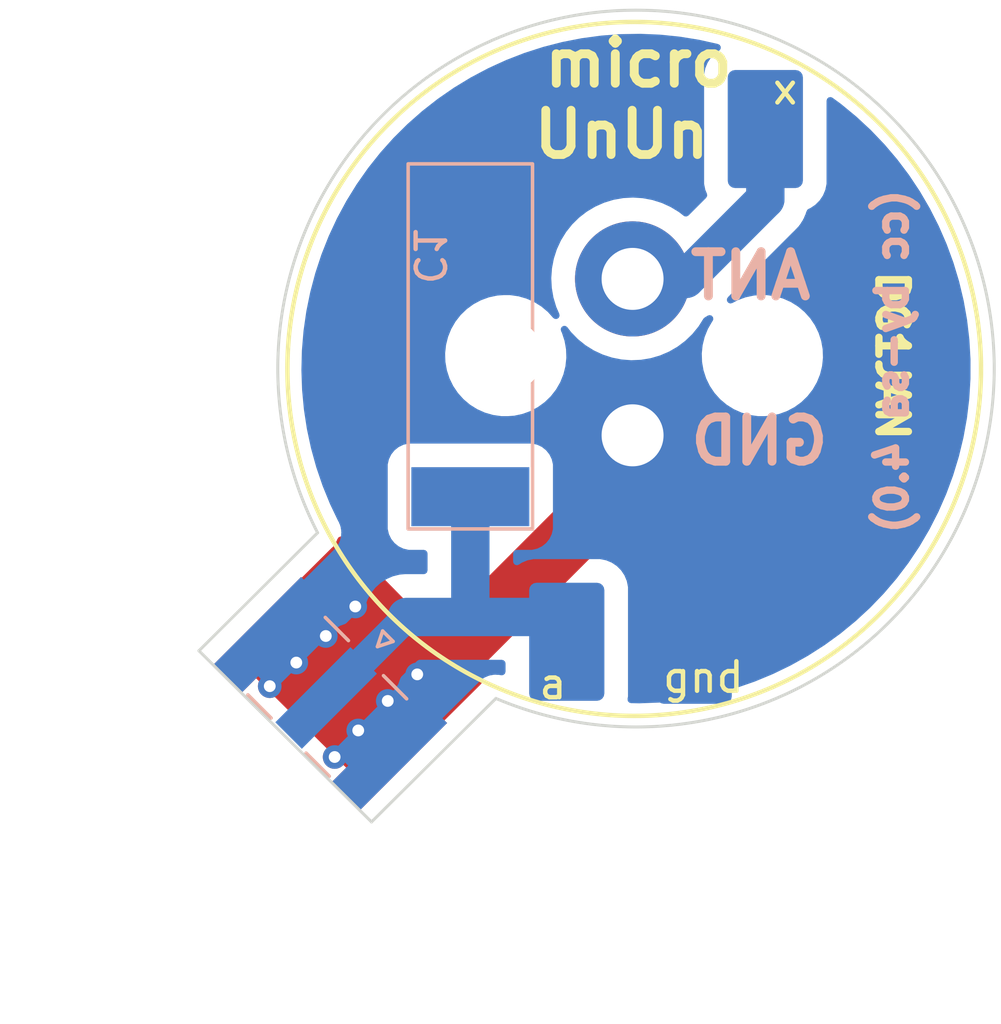
<source format=kicad_pcb>
(kicad_pcb (version 20211014) (generator pcbnew)
  (layers (0 "F.Cu" signal) (31 "B.Cu" signal) (34 "B.Paste" user) (35 "F.Paste" user) (36 "B.SilkS" user "B.Silkscreen") (37 "F.SilkS" user "F.Silkscreen") (38 "B.Mask" user) (39 "F.Mask" user) (44 "Edge.Cuts" user))
  (net 0 "")
  (net 1 "Net-(C1-Pad1)")
  (net 2 "GND")
  (net 3 "Net-(J2-Pad1)")
  (footprint "Connector_Wire:SolderWire-1.5sqmm_1x01_D1.7mm_OD3.9mm" (layer "F.Cu") (at 110.5 73)
    (fp_text reference "J3" hide)
    (fp_text value "B_THT_Pad" hide)
    (pad "1" thru_hole circle (at 0 0) (size 3.9 3.9) (drill 2.1) (layers *.Cu *.Mask) (net 2 "GND"))
  )
  (footprint "MountingHole:MountingHole_2.5mm" (layer "F.Cu") (at 114.9 70.3)
    (fp_text reference "REF**" hide)
    (fp_text value "MountingHole_2.5mm" hide)
    (pad "" np_thru_hole circle (at 0 0) (size 2.5 2.5) (drill 2.5) (layers *.Cu *.Mask))
  )
  (footprint "MountingHole:MountingHole_2.5mm" (layer "F.Cu") (at 106.2 70.3)
    (fp_text reference "REF**" hide)
    (fp_text value "MountingHole_2.5mm" hide)
    (pad "" np_thru_hole circle (at 0 0) (size 2.5 2.5) (drill 2.5) (layers *.Cu *.Mask))
  )
  (footprint "UniBalunLibrary:FT82_Balun" (layer "F.Cu") (at 110.555221 70.7498)
    (fp_text reference "U1" hide)
    (fp_text value "Core" hide)
    (fp_text user "a" (at -2.755221 10.668) (layer "F.SilkS"))
    (fp_text user "x" (at 5.116379 -9.485) (layer "F.SilkS"))
    (fp_text user "gnd" (at 2.344779 10.4502) (layer "F.SilkS"))
    (pad "1" smd roundrect (at 2.032 9.3472) (size 2.55 4) (layers "B.Cu" "B.Paste" "B.Mask") (roundrect_rratio 0.098039) (net 2 "GND"))
    (pad "2" smd roundrect (at -2.286 9.2456) (size 2.55 4) (layers "B.Cu" "B.Paste" "B.Mask") (roundrect_rratio 0.098039) (net 1 "Net-(C1-Pad1)"))
    (pad "3" smd roundrect (at 4.445 -8.128) (size 2.55 4) (layers "B.Cu" "B.Paste" "B.Mask") (roundrect_rratio 0.098039) (net 3 "Net-(J2-Pad1)"))
  )
  (footprint "Connector_Wire:SolderWire-1.5sqmm_1x01_D1.7mm_OD3.9mm" (layer "F.Cu") (at 110.5 67.7)
    (fp_text reference "J2" hide)
    (fp_text value "B_THT_Pad" hide)
    (pad "1" thru_hole circle (at 0 0) (size 3.9 3.9) (drill 2.1) (layers *.Cu *.Mask) (net 3 "Net-(J2-Pad1)"))
  )
  (footprint "Connector_Coaxial:SMA_Samtec_SMA-J-P-X-ST-EM1_EdgeMount" (layer "B.Cu") (at 100.252691 81.758579 135)
    (fp_text reference "J1" hide)
    (fp_text value "BNC")
    (fp_line (start 0.84 1.71) (end 1.95 1.71) (layer "B.SilkS") (width 0.12))
    (fp_line (start -1.95 1.71) (end -0.84 1.71) (layer "B.SilkS") (width 0.12))
    (fp_line (start -1.95 -2) (end -0.84 -2) (layer "B.SilkS") (width 0.12))
    (fp_line (start 0.25 2.76) (end -0.25 2.76) (layer "B.SilkS") (width 0.12))
    (fp_line (start -0.25 2.76) (end 0 2.26) (layer "B.SilkS") (width 0.12))
    (fp_line (start 0 2.26) (end 0.25 2.76) (layer "B.SilkS") (width 0.12))
    (fp_line (start 0.84 -2) (end 1.95 -2) (layer "B.SilkS") (width 0.12))
    (pad "1" smd rect (at 0 -0.2 135) (size 1.27 3.6) (layers "B.Cu" "B.Paste" "B.Mask") (net 1 "Net-(C1-Pad1)"))
    (pad "2" smd rect (at -2.825 0 135) (size 1.35 4.2) (layers "F.Cu" "F.Paste" "F.Mask") (net 2 "GND"))
    (pad "2" smd rect (at -2.825 0 135) (size 1.35 4.2) (layers "B.Cu" "B.Paste" "B.Mask") (net 2 "GND"))
    (pad "2" smd rect (at 2.825 0 135) (size 1.35 4.2) (layers "B.Cu" "B.Paste" "B.Mask") (net 2 "GND"))
    (pad "2" smd rect (at 2.825 0 135) (size 1.35 4.2) (layers "F.Cu" "F.Paste" "F.Mask") (net 2 "GND"))
  )
  (footprint "UniBalunLibrary:THTSMD_cap" (layer "B.Cu") (at 105 70 90)
    (fp_text reference "C1" (at 3.1 -1.4 270 unlocked) (layer "B.SilkS") (effects (justify mirror)))
    (fp_text value "100pF" hide)
    (fp_rect (start -6.1722 2.1082) (end 6.1976 -2.1082) (layer "B.SilkS") (width 0.12) (fill none))
    (pad "1" smd rect (at -5.08 0 90) (size 2 4) (layers "B.Cu" "B.Paste" "B.Mask") (net 1 "Net-(C1-Pad1)"))
    (pad "2" smd rect (at 5.08 0 90) (size 2 4) (layers "B.Cu" "B.Paste" "B.Mask") (net 2 "GND"))
  )
  (gr_circle (center 110.555221 70.7498) (end 122.312113 70.7498) (layer "F.SilkS") (width 0.15) (fill none))
  (gr_line (start 101.65 86.1) (end 105.8672 81.915) (layer "Edge.Cuts") (width 0.1))
  (gr_line (start 101.65 86.1) (end 95.8 80.3) (layer "Edge.Cuts") (width 0.1))
  (gr_line (start 95.8 80.3) (end 99.822001 76.3016) (layer "Edge.Cuts") (width 0.1))
  (gr_arc (start 99.822001 76.3016) (mid 118.880014 61.839396) (end 105.8672 81.915) (layer "Edge.Cuts") (width 0.1))
  (gr_text "(cc by-sa 4.0)" (at 119.3 70.5 90) (layer "B.SilkS") (effects (font (size 1 1) (thickness 0.25)) (justify mirror)))
  (gr_text "GND" (at 114.8 73.2) (layer "B.SilkS") (effects (font (size 1.5 1.5) (thickness 0.3)) (justify mirror)))
  (gr_text "ANT" (at 114.5 67.6) (layer "B.SilkS") (effects (font (size 1.5 1.5) (thickness 0.3)) (justify mirror)))
  (gr_text "micro\nUnUn " (at 110.7 61.6) (layer "F.SilkS") (effects (font (size 1.5 1.5) (thickness 0.3))))
  (gr_text "DG1JAN" (at 119.3 70.3 270) (layer "F.SilkS") (effects (font (size 1 1) (thickness 0.25))))
  (segment (start 107.429221 79.1554) (end 108.269221 79.9954) (width 1) (layer "B.Cu") (net 1))
  (segment (start 100.964444 81.035556) (end 102.8446 79.1554) (width 1) (layer "B.Cu") (net 1))
  (segment (start 105 75.08) (end 105 79.0608) (width 1.3) (layer "B.Cu") (net 1))
  (segment (start 102.8446 79.1554) (end 104.9054 79.1554) (width 1.3) (layer "B.Cu") (net 1))
  (segment (start 104.9054 79.1554) (end 107.429221 79.1554) (width 1.3) (layer "B.Cu") (net 1))
  (segment (start 110.5 74.3104) (end 110.5 73) (width 2) (layer "F.Cu") (net 2))
  (segment (start 103 82.3) (end 103 81.7) (width 2) (layer "F.Cu") (net 2))
  (segment (start 102.250268 83.049732) (end 103 82.3) (width 2) (layer "F.Cu") (net 2))
  (segment (start 103.1104 81.7) (end 110.5 74.3104) (width 2) (layer "F.Cu") (net 2))
  (segment (start 103 81.7) (end 103.1104 81.7) (width 2) (layer "F.Cu") (net 2))
  (via (at 98.2 81.5) (size 0.8) (drill 0.4) (layers "F.Cu" "B.Cu") (net 2))
  (via (at 103.2 81.1) (size 0.8) (drill 0.4) (layers "F.Cu" "B.Cu") (net 2))
  (via (at 101.2 83) (size 0.8) (drill 0.4) (layers "F.Cu" "B.Cu") (net 2))
  (via (at 100.4 83.9) (size 0.8) (drill 0.4) (layers "F.Cu" "B.Cu") (net 2))
  (via (at 101.1 78.8) (size 0.8) (drill 0.4) (layers "F.Cu" "B.Cu") (net 2))
  (via (at 100.1 79.8) (size 0.8) (drill 0.4) (layers "F.Cu" "B.Cu") (net 2))
  (via (at 102.2 82) (size 0.8) (drill 0.4) (layers "F.Cu" "B.Cu") (net 2))
  (via (at 99.1 80.7) (size 0.8) (drill 0.4) (layers "F.Cu" "B.Cu") (net 2))
  (segment (start 110.5 67.7) (end 112.3 67.7) (width 1.3) (layer "B.Cu") (net 3))
  (segment (start 112.3 67.7) (end 115.000221 64.999779) (width 1.3) (layer "B.Cu") (net 3))
  (segment (start 115.000221 64.999779) (end 115.000221 62.6218) (width 1.3) (layer "B.Cu") (net 3))
  (zone (net 2) (net_name "GND") (layer "F.Cu") (connect_pads yes (clearance 0.7)) (min_thickness 0.254) (fill yes (thermal_gap 0.508) (thermal_bridge_width 0.508))
    (polygon (pts (xy 105.91937 81.772344) (xy 101.7 86.1) (xy 95.8 80.3) (xy 100.21937 75.972344)))
  )
  (zone (net 2) (net_name "GND") (layer "B.Cu") (connect_pads yes (clearance 0.8)) (min_thickness 0.254) (fill yes (thermal_gap 0.508) (thermal_bridge_width 0.508))
    (polygon (pts (xy 123 85.5) (xy 101.7 86.1) (xy 95.8 80.3) (xy 96.5 58.25) (xy 123 58.25)))
  )
)
</source>
